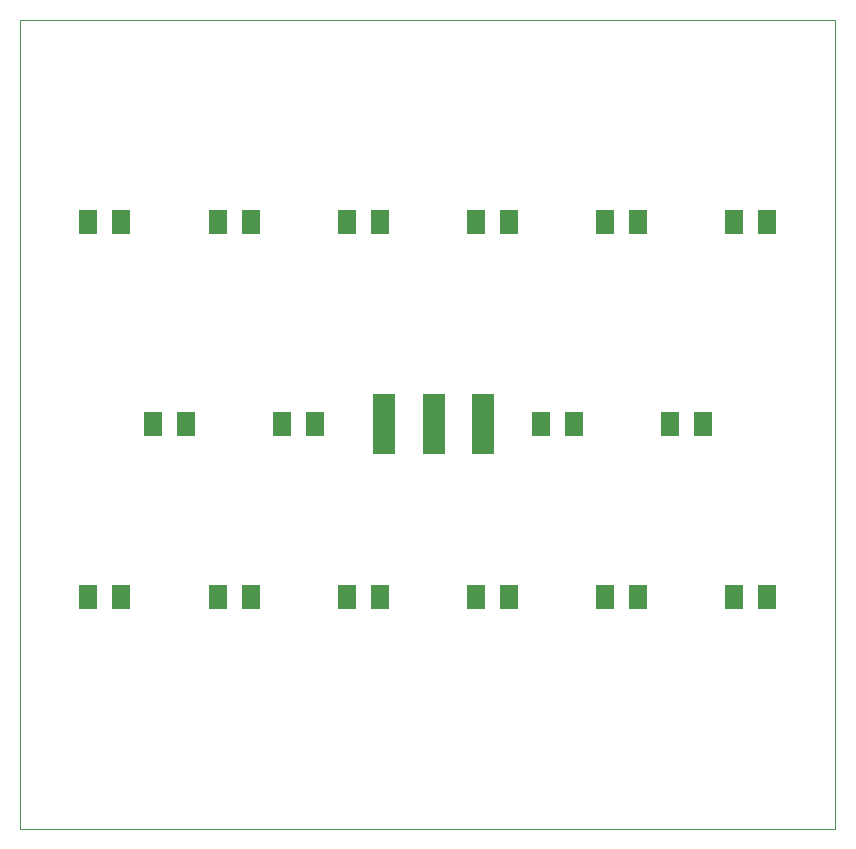
<source format=gbs>
G04 EAGLE Gerber RS-274X export*
G75*
%MOMM*%
%FSLAX34Y34*%
%LPD*%
%INStop Mask Bottom*%
%IPPOS*%
%AMOC8*
5,1,8,0,0,1.08239X$1,22.5*%
G01*
%ADD10C,0.000000*%
%ADD11R,1.600000X2.000000*%
%ADD12R,1.828800X5.080000*%


D10*
X0Y0D02*
X0Y685000D01*
X690000Y685000D01*
X690000Y0D01*
X0Y0D01*
D11*
X385700Y196250D03*
X413700Y196250D03*
X495100Y196250D03*
X523100Y196250D03*
X604500Y196250D03*
X632500Y196250D03*
X632500Y513750D03*
X604500Y513750D03*
X577800Y342500D03*
X549800Y342500D03*
X523100Y513750D03*
X495100Y513750D03*
X468400Y342500D03*
X440400Y342500D03*
X413700Y513750D03*
X385700Y513750D03*
X276300Y513750D03*
X304300Y513750D03*
X112200Y342500D03*
X140200Y342500D03*
X166900Y513750D03*
X194900Y513750D03*
X221600Y342500D03*
X249600Y342500D03*
D12*
X308000Y342500D03*
X350000Y342500D03*
X392000Y342500D03*
D11*
X57500Y513750D03*
X85500Y513750D03*
X85500Y196250D03*
X57500Y196250D03*
X194900Y196250D03*
X166900Y196250D03*
X304300Y196250D03*
X276300Y196250D03*
M02*

</source>
